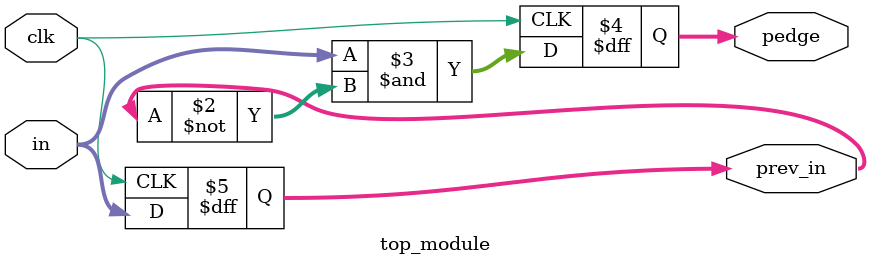
<source format=sv>
module top_module(
    input clk,
    input [7:0] in,
    output reg [7:0] pedge,
    output reg [7:0] prev_in
    );

    always @(posedge clk) begin
        prev_in <= in;
        pedge <= (in & ~prev_in);
    end

endmodule

</source>
